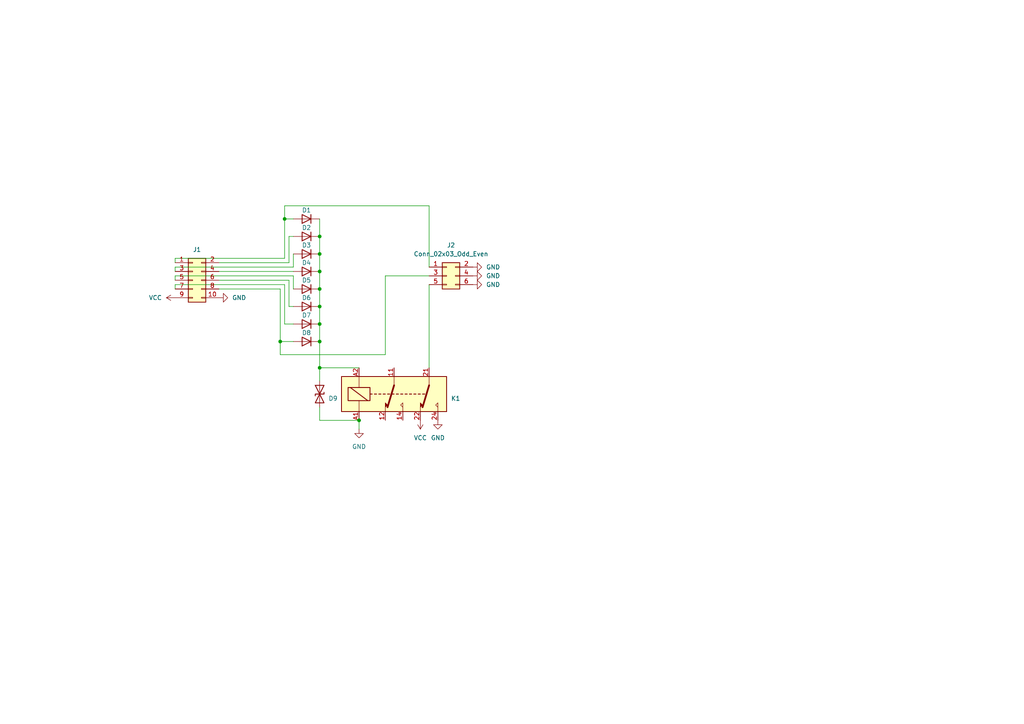
<source format=kicad_sch>
(kicad_sch (version 20230121) (generator eeschema)
  (paper "A4")
  (lib_symbols
    (symbol "Connector_Generic:Conn_02x03_Odd_Even" (pin_names (offset 1.016) hide)
      (property "Reference" "J" (at 1.27 5.08 0))
      (property "Value" "Conn_02x03_Odd_Even" (at 1.27 -5.08 0))
      (symbol "Conn_02x03_Odd_Even_1_1"
        (rectangle (start -1.27 -2.413) (end 0 -2.667) (stroke (width 0.1524)))
        (rectangle (start -1.27 0.127) (end 0 -0.127) (stroke (width 0.1524)))
        (rectangle (start -1.27 2.667) (end 0 2.413) (stroke (width 0.1524)))
        (rectangle (start -1.27 3.81) (end 3.81 -3.81) (stroke (width 0.254)) (fill (type background)))
        (rectangle (start 3.81 -2.413) (end 2.54 -2.667) (stroke (width 0.1524)))
        (rectangle (start 3.81 0.127) (end 2.54 -0.127) (stroke (width 0.1524)))
        (rectangle (start 3.81 2.667) (end 2.54 2.413) (stroke (width 0.1524)))
        (pin passive line (at -5.08 2.54 0) (length 3.81) (name "Pin_1") (number "1"))
        (pin passive line (at 7.62 2.54 180) (length 3.81) (name "Pin_2") (number "2"))
        (pin passive line (at -5.08 0 0) (length 3.81) (name "Pin_3") (number "3"))
        (pin passive line (at 7.62 0 180) (length 3.81) (name "Pin_4") (number "4"))
        (pin passive line (at -5.08 -2.54 0) (length 3.81) (name "Pin_5") (number "5"))
        (pin passive line (at 7.62 -2.54 180) (length 3.81) (name "Pin_6") (number "6"))
      )
    )
    (symbol "Connector_Generic:Conn_02x05_Odd_Even" (pin_names (offset 1.016) hide)
      (property "Reference" "J" (at 1.27 7.62 0))
      (property "Value" "Conn_02x05_Odd_Even" (at 1.27 -7.62 0))
      (symbol "Conn_02x05_Odd_Even_1_1"
        (rectangle (start -1.27 -4.953) (end 0 -5.207) (stroke (width 0.1524)))
        (rectangle (start -1.27 -2.413) (end 0 -2.667) (stroke (width 0.1524)))
        (rectangle (start -1.27 0.127) (end 0 -0.127) (stroke (width 0.1524)))
        (rectangle (start -1.27 2.667) (end 0 2.413) (stroke (width 0.1524)))
        (rectangle (start -1.27 5.207) (end 0 4.953) (stroke (width 0.1524)))
        (rectangle (start -1.27 6.35) (end 3.81 -6.35) (stroke (width 0.254)) (fill (type background)))
        (rectangle (start 3.81 -4.953) (end 2.54 -5.207) (stroke (width 0.1524)))
        (rectangle (start 3.81 -2.413) (end 2.54 -2.667) (stroke (width 0.1524)))
        (rectangle (start 3.81 0.127) (end 2.54 -0.127) (stroke (width 0.1524)))
        (rectangle (start 3.81 2.667) (end 2.54 2.413) (stroke (width 0.1524)))
        (rectangle (start 3.81 5.207) (end 2.54 4.953) (stroke (width 0.1524)))
        (pin passive line (at -5.08 5.08 0) (length 3.81) (name "Pin_1") (number "1"))
        (pin passive line (at 7.62 -5.08 180) (length 3.81) (name "Pin_10") (number "10"))
        (pin passive line (at 7.62 5.08 180) (length 3.81) (name "Pin_2") (number "2"))
        (pin passive line (at -5.08 2.54 0) (length 3.81) (name "Pin_3") (number "3"))
        (pin passive line (at 7.62 2.54 180) (length 3.81) (name "Pin_4") (number "4"))
        (pin passive line (at -5.08 0 0) (length 3.81) (name "Pin_5") (number "5"))
        (pin passive line (at 7.62 0 180) (length 3.81) (name "Pin_6") (number "6"))
        (pin passive line (at -5.08 -2.54 0) (length 3.81) (name "Pin_7") (number "7"))
        (pin passive line (at 7.62 -2.54 180) (length 3.81) (name "Pin_8") (number "8"))
        (pin passive line (at -5.08 -5.08 0) (length 3.81) (name "Pin_9") (number "9"))
      )
    )
    (symbol "Device:D" (pin_numbers hide) (pin_names (offset 1.016) hide)
      (property "Reference" "D" (at 0 2.54 0))
      (property "Value" "D" (at 0 -2.54 0))
      (symbol "D_0_1"
        (polyline (pts (xy -1.27 1.27) (xy -1.27 -1.27)) (stroke (width 0.254)))
        (polyline (pts (xy 1.27 0) (xy -1.27 0)))
        (polyline (pts (xy 1.27 1.27) (xy 1.27 -1.27) (xy -1.27 0) (xy 1.27 1.27)) (stroke (width 0.254)))
      )
      (symbol "D_1_1"
        (pin passive line (at -3.81 0 0) (length 2.54) (name "K") (number "1"))
        (pin passive line (at 3.81 0 180) (length 2.54) (name "A") (number "2"))
      )
    )
    (symbol "Device:D_TVS" (pin_numbers hide) (pin_names (offset 1.016) hide)
      (property "Reference" "D" (at 0 2.54 0))
      (property "Value" "D_TVS" (at 0 -2.54 0))
      (symbol "D_TVS_0_1"
        (polyline (pts (xy 1.27 0) (xy -1.27 0)))
        (polyline (pts (xy 0.508 1.27) (xy 0 1.27) (xy 0 -1.27) (xy -0.508 -1.27)) (stroke (width 0.254)))
        (polyline (pts (xy -2.54 1.27) (xy -2.54 -1.27) (xy 2.54 1.27) (xy 2.54 -1.27) (xy -2.54 1.27)) (stroke (width 0.254)))
      )
      (symbol "D_TVS_1_1"
        (pin passive line (at -3.81 0 0) (length 2.54) (name "A1") (number "1"))
        (pin passive line (at 3.81 0 180) (length 2.54) (name "A2") (number "2"))
      )
    )
    (symbol "Relay:Relay_DPDT"
      (property "Reference" "K" (at 16.51 3.81 0))
      (property "Value" "Relay_DPDT" (at 16.51 1.27 0))
      (symbol "Relay_DPDT_0_1"
        (rectangle (start -15.24 5.08) (end 15.24 -5.08) (stroke (width 0.254)) (fill (type background)))
        (rectangle (start -13.335 1.905) (end -6.985 -1.905) (stroke (width 0.254)))
        (polyline (pts (xy -12.7 -1.905) (xy -7.62 1.905)) (stroke (width 0.254)))
        (polyline (pts (xy -10.16 -5.08) (xy -10.16 -1.905)))
        (polyline (pts (xy -10.16 5.08) (xy -10.16 1.905)))
        (polyline (pts (xy -6.985 0) (xy -6.35 0)) (stroke (width 0.254)))
        (polyline (pts (xy -5.715 0) (xy -5.08 0)) (stroke (width 0.254)))
        (polyline (pts (xy -4.445 0) (xy -3.81 0)) (stroke (width 0.254)))
        (polyline (pts (xy -3.175 0) (xy -2.54 0)) (stroke (width 0.254)))
        (polyline (pts (xy -1.905 0) (xy -1.27 0)) (stroke (width 0.254)))
        (polyline (pts (xy -0.635 0) (xy 0 0)) (stroke (width 0.254)))
        (polyline (pts (xy 0 -2.54) (xy -1.905 3.81)) (stroke (width 0.508)))
        (polyline (pts (xy 0 -2.54) (xy 0 -5.08)))
        (polyline (pts (xy 0.635 0) (xy 1.27 0)) (stroke (width 0.254)))
        (polyline (pts (xy 1.905 0) (xy 2.54 0)) (stroke (width 0.254)))
        (polyline (pts (xy 3.175 0) (xy 3.81 0)) (stroke (width 0.254)))
        (polyline (pts (xy 4.445 0) (xy 5.08 0)) (stroke (width 0.254)))
        (polyline (pts (xy 5.715 0) (xy 6.35 0)) (stroke (width 0.254)))
        (polyline (pts (xy 6.985 0) (xy 7.62 0)) (stroke (width 0.254)))
        (polyline (pts (xy 8.255 0) (xy 8.89 0)) (stroke (width 0.254)))
        (polyline (pts (xy 10.16 -2.54) (xy 8.255 3.81)) (stroke (width 0.508)))
        (polyline (pts (xy 10.16 -2.54) (xy 10.16 -5.08)))
        (polyline (pts (xy -2.54 5.08) (xy -2.54 2.54) (xy -1.905 3.175) (xy -2.54 3.81)) (fill (type outline)))
        (polyline (pts (xy 2.54 5.08) (xy 2.54 2.54) (xy 1.905 3.175) (xy 2.54 3.81)))
        (polyline (pts (xy 7.62 5.08) (xy 7.62 2.54) (xy 8.255 3.175) (xy 7.62 3.81)) (fill (type outline)))
        (polyline (pts (xy 12.7 5.08) (xy 12.7 2.54) (xy 12.065 3.175) (xy 12.7 3.81)))
      )
      (symbol "Relay_DPDT_1_1"
        (pin passive line (at 0 -7.62 90) (length 2.54) (name "~") (number "11"))
        (pin passive line (at -2.54 7.62 270) (length 2.54) (name "~") (number "12"))
        (pin passive line (at 2.54 7.62 270) (length 2.54) (name "~") (number "14"))
        (pin passive line (at 10.16 -7.62 90) (length 2.54) (name "~") (number "21"))
        (pin passive line (at 7.62 7.62 270) (length 2.54) (name "~") (number "22"))
        (pin passive line (at 12.7 7.62 270) (length 2.54) (name "~") (number "24"))
        (pin passive line (at -10.16 7.62 270) (length 2.54) (name "~") (number "A1"))
        (pin passive line (at -10.16 -7.62 90) (length 2.54) (name "~") (number "A2"))
      )
    )
    (symbol "power:GND" (power) (pin_names (offset 0))
      (property "Value" "GND" (at 0 -3.81 0))
      (symbol "GND_0_1"
        (polyline (pts (xy 0 0) (xy 0 -1.27) (xy 1.27 -1.27) (xy 0 -2.54) (xy -1.27 -1.27) (xy 0 -1.27)))
      )
      (symbol "GND_1_1"
        (pin power_in line (at 0 0 270) (length 0) hide (name "GND") (number "1"))
      )
    )
    (symbol "power:VCC" (power) (pin_names (offset 0))
      (property "Value" "VCC" (at 0 3.81 0))
      (symbol "VCC_0_1"
        (polyline (pts (xy -0.762 1.27) (xy 0 2.54)))
        (polyline (pts (xy 0 0) (xy 0 2.54)))
        (polyline (pts (xy 0 2.54) (xy 0.762 1.27)))
      )
      (symbol "VCC_1_1"
        (pin power_in line (at 0 0 90) (length 0) hide (name "VCC") (number "1"))
      )
    )
  )
  (junction (at 92.71 106.68))
  (junction (at 92.71 93.98))
  (junction (at 92.71 99.06))
  (junction (at 92.71 73.66))
  (junction (at 92.71 78.74))
  (junction (at 104.14 121.92))
  (junction (at 92.71 68.58))
  (junction (at 92.71 88.9))
  (junction (at 92.71 83.82))
  (junction (at 82.55 63.5))
  (junction (at 81.28 99.06))
  (wire (pts (xy 82.55 63.5) (xy 82.55 59.69)))
  (wire (pts (xy 82.55 59.69) (xy 124.46 59.69)))
  (wire (pts (xy 63.5 81.28) (xy 83.82 81.28)))
  (wire (pts (xy 92.71 93.98) (xy 92.71 99.06)))
  (wire (pts (xy 83.82 81.28) (xy 83.82 88.9)))
  (wire (pts (xy 50.8 81.28) (xy 50.8 80.01)))
  (wire (pts (xy 82.55 74.93) (xy 82.55 63.5)))
  (wire (pts (xy 92.71 78.74) (xy 92.71 83.82)))
  (wire (pts (xy 63.5 76.2) (xy 83.82 76.2)))
  (wire (pts (xy 92.71 110.49) (xy 92.71 106.68)))
  (wire (pts (xy 92.71 99.06) (xy 92.71 106.68)))
  (wire (pts (xy 85.09 77.47) (xy 85.09 73.66)))
  (wire (pts (xy 82.55 82.55) (xy 82.55 93.98)))
  (wire (pts (xy 81.28 102.87) (xy 111.76 102.87)))
  (wire (pts (xy 111.76 80.01) (xy 124.46 80.01)))
  (wire (pts (xy 92.71 118.11) (xy 92.71 121.92)))
  (wire (pts (xy 83.82 68.58) (xy 85.09 68.58)))
  (wire (pts (xy 50.8 82.55) (xy 82.55 82.55)))
  (wire (pts (xy 50.8 80.01) (xy 85.09 80.01)))
  (wire (pts (xy 111.76 102.87) (xy 111.76 80.01)))
  (wire (pts (xy 92.71 63.5) (xy 92.71 68.58)))
  (wire (pts (xy 50.8 77.47) (xy 85.09 77.47)))
  (wire (pts (xy 50.8 76.2) (xy 50.8 74.93)))
  (wire (pts (xy 83.82 88.9) (xy 85.09 88.9)))
  (wire (pts (xy 82.55 63.5) (xy 85.09 63.5)))
  (wire (pts (xy 85.09 80.01) (xy 85.09 83.82)))
  (wire (pts (xy 92.71 73.66) (xy 92.71 78.74)))
  (wire (pts (xy 83.82 76.2) (xy 83.82 68.58)))
  (wire (pts (xy 92.71 121.92) (xy 104.14 121.92)))
  (wire (pts (xy 63.5 83.82) (xy 81.28 83.82)))
  (wire (pts (xy 50.8 83.82) (xy 50.8 82.55)))
  (wire (pts (xy 82.55 93.98) (xy 85.09 93.98)))
  (wire (pts (xy 92.71 88.9) (xy 92.71 93.98)))
  (wire (pts (xy 81.28 83.82) (xy 81.28 99.06)))
  (wire (pts (xy 124.46 59.69) (xy 124.46 77.47)))
  (wire (pts (xy 92.71 106.68) (xy 104.14 106.68)))
  (wire (pts (xy 104.14 124.46) (xy 104.14 121.92)))
  (wire (pts (xy 50.8 78.74) (xy 50.8 77.47)))
  (wire (pts (xy 81.28 99.06) (xy 81.28 102.87)))
  (wire (pts (xy 92.71 68.58) (xy 92.71 73.66)))
  (wire (pts (xy 50.8 74.93) (xy 82.55 74.93)))
  (wire (pts (xy 81.28 99.06) (xy 85.09 99.06)))
  (wire (pts (xy 124.46 82.55) (xy 124.46 106.68)))
  (wire (pts (xy 63.5 78.74) (xy 85.09 78.74)))
  (wire (pts (xy 92.71 83.82) (xy 92.71 88.9)))
  (symbol (lib_id "power:VCC") (at 121.92 121.92 180) (unit 1)
    (property "Reference" "#PWR02" (effects hide))
    (property "Value" "VCC" (at 121.92 127 0))
  )
  (symbol (lib_id "Device:D") (at 88.9 78.74 180) (unit 1)
    (property "Reference" "D4" (at 88.9 76.2 0))
    (property "Value" "D" (effects hide))
    (property "Footprint" "Diode_SMD:D_SMA_Handsoldering" (effects hide))
    (property "Sim.Device" "D" (effects hide))
    (property "Sim.Pins" "1=K 2=A" (effects hide))
  )
  (symbol (lib_id "power:VCC") (at 50.8 86.36 90) (unit 1)
    (property "Reference" "#PWR03" (effects hide))
    (property "Value" "VCC" (at 46.99 86.36 90) (effects (justify left)))
  )
  (symbol (lib_id "power:GND") (at 137.16 80.01 90) (unit 1)
    (property "Reference" "#PWR09" (effects hide))
    (property "Value" "GND" (at 140.97 80.01 90) (effects (justify right)))
  )
  (symbol (lib_id "Connector_Generic:Conn_02x05_Odd_Even") (at 55.88 81.28 0) (unit 1)
    (property "Reference" "J1" (at 57.15 72.39 0))
    (property "Value" "BHR-10-VUA" (effects hide))
    (property "Footprint" "Connector_IDC:IDC-Header_2x05_P2.54mm_Vertical" (effects hide))
    (property "Datasheet" "https://app.adam-tech.com/products/download/data_sheet/203218/bhr-xx-vua-data-sheet.pdf" (effects hide))
  )
  (symbol (lib_id "Connector_Generic:Conn_02x03_Odd_Even") (at 129.54 80.01 0) (unit 1)
    (property "Reference" "J2" (at 130.81 71.12 0))
    (property "Value" "Conn_02x03_Odd_Even" (at 130.81 73.66 0))
    (property "Footprint" "Connector_IDC:IDC-Header_2x03_P2.54mm_Vertical" (effects hide))
  )
  (symbol (lib_id "power:GND") (at 104.14 124.46 0) (unit 1)
    (property "Reference" "#PWR05" (effects hide))
    (property "Value" "GND" (at 104.14 129.54 0))
  )
  (symbol (lib_id "Device:D") (at 88.9 68.58 180) (unit 1)
    (property "Reference" "D2" (at 88.9 66.04 0))
    (property "Value" "D" (effects hide))
    (property "Footprint" "Diode_SMD:D_SMA_Handsoldering" (effects hide))
    (property "Sim.Device" "D" (effects hide))
    (property "Sim.Pins" "1=K 2=A" (effects hide))
  )
  (symbol (lib_id "Device:D") (at 88.9 99.06 180) (unit 1)
    (property "Reference" "D8" (at 88.9 96.52 0))
    (property "Value" "D" (effects hide))
    (property "Footprint" "Diode_SMD:D_SMA_Handsoldering" (effects hide))
    (property "Sim.Device" "D" (effects hide))
    (property "Sim.Pins" "1=K 2=A" (effects hide))
  )
  (symbol (lib_id "Device:D") (at 88.9 73.66 180) (unit 1)
    (property "Reference" "D3" (at 88.9 71.12 0))
    (property "Value" "D" (effects hide))
    (property "Footprint" "Diode_SMD:D_SMA_Handsoldering" (effects hide))
    (property "Sim.Device" "D" (effects hide))
    (property "Sim.Pins" "1=K 2=A" (effects hide))
  )
  (symbol (lib_id "power:GND") (at 137.16 82.55 90) (unit 1)
    (property "Reference" "#PWR010" (effects hide))
    (property "Value" "GND" (at 140.97 82.55 90) (effects (justify right)))
  )
  (symbol (lib_id "Device:D") (at 88.9 83.82 180) (unit 1)
    (property "Reference" "D5" (at 88.9 81.28 0))
    (property "Value" "D" (effects hide))
    (property "Footprint" "Diode_SMD:D_SMA_Handsoldering" (effects hide))
    (property "Sim.Device" "D" (effects hide))
    (property "Sim.Pins" "1=K 2=A" (effects hide))
  )
  (symbol (lib_id "power:GND") (at 63.5 86.36 90) (unit 1)
    (property "Reference" "#PWR04" (effects hide))
    (property "Value" "GND" (at 67.31 86.36 90) (effects (justify right)))
  )
  (symbol (lib_id "Relay:Relay_DPDT") (at 114.3 114.3 0) (mirror x) (unit 1)
    (property "Reference" "K1" (at 130.81 115.57 0) (effects (justify left)))
    (property "Value" "J104D2C12VDC.15S" (effects hide))
    (property "Footprint" "Relay_THT:Relay_DPDT_Finder_30.22" (effects hide))
    (property "Datasheet" "https://www.citrelay.com/Catalog%20Pages/RelayCatalog/J104D.pdf" (effects hide))
  )
  (symbol (lib_id "power:GND") (at 127 121.92 0) (unit 1)
    (property "Reference" "#PWR01" (effects hide))
    (property "Value" "GND" (at 127 127 0))
  )
  (symbol (lib_id "Device:D") (at 88.9 93.98 180) (unit 1)
    (property "Reference" "D7" (at 88.9 91.44 0))
    (property "Value" "D" (effects hide))
    (property "Footprint" "Diode_SMD:D_SMA_Handsoldering" (effects hide))
    (property "Sim.Device" "D" (effects hide))
    (property "Sim.Pins" "1=K 2=A" (effects hide))
  )
  (symbol (lib_id "power:GND") (at 137.16 77.47 90) (unit 1)
    (property "Reference" "#PWR08" (effects hide))
    (property "Value" "GND" (at 140.97 77.47 90) (effects (justify right)))
  )
  (symbol (lib_id "Device:D_TVS") (at 92.71 114.3 90) (mirror x) (unit 1)
    (property "Reference" "D9" (at 95.25 115.57 90) (effects (justify right)))
    (property "Value" "SMAJ14CA" (effects hide))
    (property "Footprint" "Diode_SMD:D_SMA_Handsoldering" (effects hide))
    (property "Datasheet" "https://goodarksemi.com/docs/datasheets/transient_voltage_suppressors/SMAJx.pdf" (effects hide))
  )
  (symbol (lib_id "Device:D") (at 88.9 63.5 180) (unit 1)
    (property "Reference" "D1" (at 88.9 60.96 0))
    (property "Value" "D" (effects hide))
    (property "Footprint" "Diode_SMD:D_SMA_Handsoldering" (effects hide))
    (property "Sim.Device" "D" (effects hide))
    (property "Sim.Pins" "1=K 2=A" (effects hide))
  )
  (symbol (lib_id "Device:D") (at 88.9 88.9 180) (unit 1)
    (property "Reference" "D6" (at 88.9 86.36 0))
    (property "Value" "D" (effects hide))
    (property "Footprint" "Diode_SMD:D_SMA_Handsoldering" (effects hide))
    (property "Sim.Device" "D" (effects hide))
    (property "Sim.Pins" "1=K 2=A" (effects hide))
  )
)
</source>
